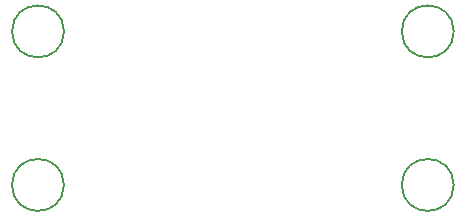
<source format=gbr>
%TF.GenerationSoftware,KiCad,Pcbnew,(6.0.4-0)*%
%TF.CreationDate,2023-08-08T10:08:02-06:00*%
%TF.ProjectId,howland,686f776c-616e-4642-9e6b-696361645f70,rev?*%
%TF.SameCoordinates,Original*%
%TF.FileFunction,Other,Comment*%
%FSLAX46Y46*%
G04 Gerber Fmt 4.6, Leading zero omitted, Abs format (unit mm)*
G04 Created by KiCad (PCBNEW (6.0.4-0)) date 2023-08-08 10:08:02*
%MOMM*%
%LPD*%
G01*
G04 APERTURE LIST*
%ADD10C,0.150000*%
G04 APERTURE END LIST*
D10*
%TO.C,MH1*%
X105200000Y-84000000D02*
G75*
G03*
X105200000Y-84000000I-2200000J0D01*
G01*
%TO.C,MH2*%
X138200000Y-84000000D02*
G75*
G03*
X138200000Y-84000000I-2200000J0D01*
G01*
%TO.C,MH3*%
X105200000Y-97000000D02*
G75*
G03*
X105200000Y-97000000I-2200000J0D01*
G01*
%TO.C,MH4*%
X138200000Y-97000000D02*
G75*
G03*
X138200000Y-97000000I-2200000J0D01*
G01*
%TD*%
M02*

</source>
